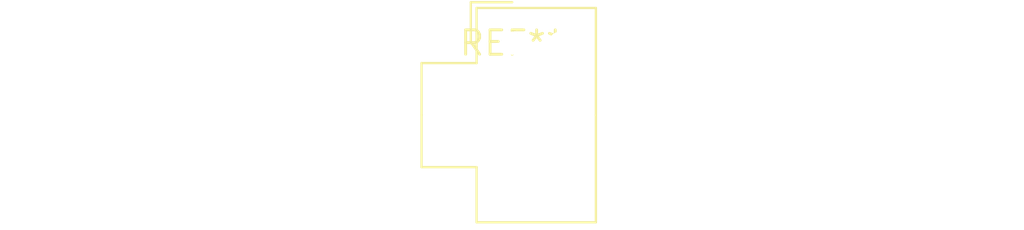
<source format=kicad_pcb>
(kicad_pcb (version 20240108) (generator pcbnew)
  (layers (0 "F.Cu" signal) (31 "B.Cu" signal) (34 "B.Paste" user) (35 "F.Paste" user) (36 "B.SilkS" user "B.Silkscreen") (37 "F.SilkS" user "F.Silkscreen") (38 "B.Mask" user) (39 "F.Mask" user) (44 "Edge.Cuts" user))
  (net 0 "")
  (footprint "Molex_Nano-Fit_105310-xx08_2x04_P2.50mm_Vertical" (layer "F.Cu") (at 0 0)
    (property "Reference" "REF**")
    (property "Value" "Molex_Nano-Fit_105310-xx08_2x04_P2.50mm_Vertical")
    (fp_line (start -4.71 1.04) (end -4.71 3.75) (layer "F.SilkS") (stroke (width 0.12)))
    (fp_line (start -4.71 6.46) (end -4.71 3.75) (layer "F.SilkS") (stroke (width 0.12)))
    (fp_line (start -2.15 -2.13) (end -2.15 0) (layer "F.SilkS") (stroke (width 0.12)))
    (fp_line (start -1.85 -1.83) (end -1.85 1.04) (layer "F.SilkS") (stroke (width 0.12)))
    (fp_line (start -1.85 1.04) (end -4.71 1.04) (layer "F.SilkS") (stroke (width 0.12)))
    (fp_line (start -1.85 6.46) (end -4.71 6.46) (layer "F.SilkS") (stroke (width 0.12)))
    (fp_line (start -1.85 9.33) (end -1.85 6.46) (layer "F.SilkS") (stroke (width 0.12)))
    (fp_line (start 0 -2.13) (end -2.15 -2.13) (layer "F.SilkS") (stroke (width 0.12)))
    (fp_line (start 4.35 -1.83) (end -1.85 -1.83) (layer "F.SilkS") (stroke (width 0.12)))
    (fp_line (start 4.35 3.75) (end 4.35 -1.83) (layer "F.SilkS") (stroke (width 0.12)))
    (fp_line (start 4.35 3.75) (end 4.35 9.33) (layer "F.SilkS") (stroke (width 0.12)))
    (fp_line (start 4.35 9.33) (end -1.85 9.33) (layer "F.SilkS") (stroke (width 0.12)))
    (pad "" np_thru_hole circle (at -1.34 3.75) (size 1.3 1.3) (drill 1.3) (layers *.Cu *.Mask))
    (pad "1" thru_hole roundrect (at 0 0) (size 1.7 1.7) (drill 1.2) (layers *.Cu *.Mask) (remove_unused_layers) (roundrect_rratio 0.147059))
    (pad "2" thru_hole circle (at 0 2.5) (size 1.7 1.7) (drill 1.2) (layers *.Cu *.Mask) (remove_unused_layers))
    (pad "3" thru_hole circle (at 0 5) (size 1.7 1.7) (drill 1.2) (layers *.Cu *.Mask) (remove_unused_layers))
    (pad "4" thru_hole circle (at 0 7.5) (size 1.7 1.7) (drill 1.2) (layers *.Cu *.Mask) (remove_unused_layers))
    (pad "5" thru_hole circle (at 2.5 0) (size 1.7 1.7) (drill 1.2) (layers *.Cu *.Mask) (remove_unused_layers))
    (pad "6" thru_hole circle (at 2.5 2.5) (size 1.7 1.7) (drill 1.2) (layers *.Cu *.Mask) (remove_unused_layers))
    (pad "7" thru_hole circle (at 2.5 5) (size 1.7 1.7) (drill 1.2) (layers *.Cu *.Mask) (remove_unused_layers))
    (pad "8" thru_hole circle (at 2.5 7.5) (size 1.7 1.7) (drill 1.2) (layers *.Cu *.Mask) (remove_unused_layers))
  )
)
</source>
